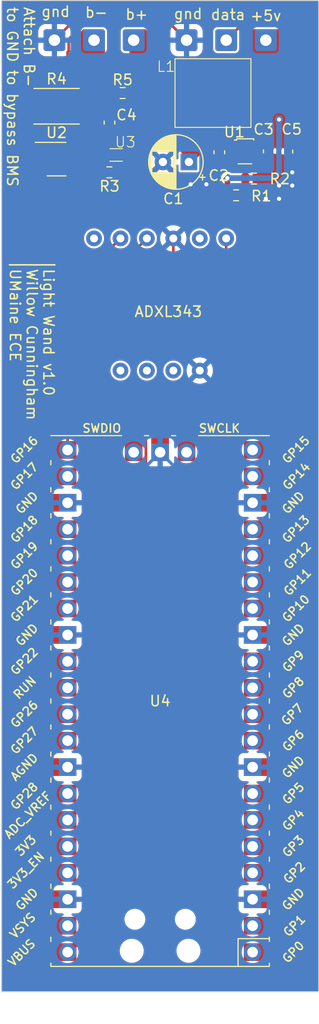
<source format=kicad_pcb>
(kicad_pcb (version 20221018) (generator pcbnew)
  (layers (0 "F.Cu" signal) (31 "B.Cu" signal) (34 "B.Paste" user) (35 "F.Paste" user) (36 "B.SilkS" user "B.Silkscreen") (37 "F.SilkS" user "F.Silkscreen") (38 "B.Mask" user) (39 "F.Mask" user) (44 "Edge.Cuts" user))
  (net 0 "")
  (net 1 "/Power Supply/Vin+")
  (net 2 "GND")
  (net 3 "+5V")
  (net 4 "Net-(U1-FB)")
  (net 5 "Net-(U3-VDD)")
  (net 6 "/Power Supply/Vin-")
  (net 7 "Net-(J1-Pin_1)")
  (net 8 "Net-(U1-SW)")
  (net 9 "Net-(U3-VM)")
  (net 10 "Net-(U2-S1)")
  (net 11 "Net-(U2-G1)")
  (net 12 "Net-(U2-G2)")
  (net 13 "Net-(U2-D1)")
  (net 29 "Net-(U4-GPIO16)")
  (net 30 "Net-(U4-GPIO17)")
  (net 41 "+3V3")
  (footprint "Capacitor_SMD:C_0603_1608Metric" (layer "F.Cu") (at 145.392815 61.576223 -90)
    (fp_text reference "C2" (at 2.226306 0.062057 -180) (layer "F.SilkS"))
    (fp_text value "10uF")
    (pad "1" smd roundrect (at -0.775 0 270) (size 0.9 0.95) (layers "F.Cu" "F.Paste" "F.Mask") (net 1 "/Power Supply/Vin+"))
    (pad "2" smd roundrect (at 0.775 0 270) (size 0.9 0.95) (layers "F.Cu" "F.Paste" "F.Mask") (net 2 "GND"))
  )
  (footprint "Resistor_SMD:R_2512_6332Metric" (layer "F.Cu") (at 129.7475 57.15)
    (fp_text reference "R4" (at 0 -2.62) (layer "F.SilkS"))
    (fp_text value "1.5m")
    (pad "1" smd roundrect (at -2.9625 0) (size 1.225 3.35) (layers "F.Cu" "F.Paste" "F.Mask") (roundrect_rratio 0.2040816327) (net 10 "Net-(U2-S1)"))
    (pad "2" smd roundrect (at 2.9625 0) (size 1.225 3.35) (layers "F.Cu" "F.Paste" "F.Mask") (roundrect_rratio 0.2040816327) (net 6 "/Power Supply/Vin-"))
  )
  (footprint "Capacitor_SMD:C_0603_1608Metric" (layer "F.Cu") (at 134.836108 58.718069 -90)
    (fp_text reference "C4" (at -0.728826 -1.628015 -180) (layer "F.SilkS"))
    (fp_text value "0.1uF" hide)
    (pad "1" smd roundrect (at -0.775 0 270) (size 0.9 0.95) (layers "F.Cu" "F.Paste" "F.Mask") (net 5 "Net-(U3-VDD)"))
    (pad "2" smd roundrect (at 0.775 0 270) (size 0.9 0.95) (layers "F.Cu" "F.Paste" "F.Mask") (net 6 "/Power Supply/Vin-"))
  )
  (footprint "Resistor_SMD:R_0603_1608Metric" (layer "F.Cu") (at 147.002479 65.705003)
    (fp_text reference "R1" (at 2.420492 0.073349) (layer "F.SilkS"))
    (fp_text value "110k")
    (pad "1" smd roundrect (at -0.825 0) (size 0.8 0.95) (layers "F.Cu" "F.Paste" "F.Mask") (net 3 "+5V"))
    (pad "2" smd roundrect (at 0.825 0) (size 0.8 0.95) (layers "F.Cu" "F.Paste" "F.Mask") (net 4 "Net-(U1-FB)"))
  )
  (footprint "Capacitor_SMD:C_0603_1608Metric" (layer "F.Cu") (at 150.142863 61.485317 -90)
    (fp_text reference "C3" (at -2.113269 0.49503 -180) (layer "F.SilkS"))
    (fp_text value "10uF")
    (pad "1" smd roundrect (at -0.775 0 270) (size 0.9 0.95) (layers "F.Cu" "F.Paste" "F.Mask") (net 3 "+5V"))
    (pad "2" smd roundrect (at 0.775 0 270) (size 0.9 0.95) (layers "F.Cu" "F.Paste" "F.Mask") (net 2 "GND"))
  )
  (footprint "Connector_Wire:SolderWire-0.5sqmm_1x01_D0.9mm_OD2.1mm" (layer "F.Cu") (at 142.24 50.8)
    (fp_text reference "J3" hide)
    (fp_text value "1x1 Conn" hide)
    (pad "1" thru_hole roundrect (at 0 0) (size 2.1 2.1) (drill 1.1) (layers "*.Cu" "*.Mask") (roundrect_rratio 0.1190480952) (net 2 "GND"))
  )
  (footprint "Resistor_SMD:R_0603_1608Metric" (layer "F.Cu") (at 148.720923 64.101821)
    (fp_text reference "R2" (at 2.483362 0.031435) (layer "F.SilkS"))
    (fp_text value "15k")
    (pad "1" smd roundrect (at -0.825 0) (size 0.8 0.95) (layers "F.Cu" "F.Paste" "F.Mask") (net 4 "Net-(U1-FB)"))
    (pad "2" smd roundrect (at 0.825 0) (size 0.8 0.95) (layers "F.Cu" "F.Paste" "F.Mask") (net 2 "GND"))
  )
  (footprint "light_wand_footprints:HSNT-6" (layer "F.Cu") (at 135.4775 61.83 180)
    (fp_text reference "U3" (at -0.87863 1.227987 unlocked) (layer "F.SilkS") (effects (font (thickness 0.1))))
    (fp_text value "~" hide)
    (pad "1" smd roundrect (at -0.65 -0.4 90) (size 0.2 0.5) (layers "F.Cu" "F.Paste" "F.Mask") (net 9 "Net-(U3-VM)"))
    (pad "2" smd roundrect (at -0.65 0 90) (size 0.2 0.5) (layers "F.Cu" "F.Paste" "F.Mask") (net 12 "Net-(U2-G2)"))
    (pad "3" smd roundrect (at -0.65 0.4 90) (size 0.2 0.5) (layers "F.Cu" "F.Paste" "F.Mask") (net 11 "Net-(U2-G1)"))
    (pad "4" smd roundrect (at 0.65 0.4 90) (size 0.2 0.5) (layers "F.Cu" "F.Paste" "F.Mask") (net 6 "/Power Supply/Vin-"))
    (pad "5" smd roundrect (at 0.65 0 90) (size 0.2 0.5) (layers "F.Cu" "F.Paste" "F.Mask") (net 5 "Net-(U3-VDD)"))
    (pad "6" smd roundrect (at 0.65 -0.4 90) (size 0.2 0.5) (layers "F.Cu" "F.Paste" "F.Mask") (net 10 "Net-(U2-S1)"))
    (pad "7" smd roundrect (at 0 0 90) (size 1 0.4) (layers "F.Cu" "F.Paste" "F.Mask") (net 2 "GND"))
  )
  (footprint "Connector_Wire:SolderWire-0.5sqmm_1x01_D0.9mm_OD2.1mm" (layer "F.Cu") (at 133.35 50.8 90)
    (fp_text reference "J5" hide)
    (fp_text value "1x1 Conn" hide)
    (pad "1" thru_hole roundrect (at 0 0 90) (size 2.1 2.1) (drill 1.1) (layers "*.Cu" "*.Mask") (roundrect_rratio 0.1190480952) (net 6 "/Power Supply/Vin-"))
  )
  (footprint "Connector_Wire:SolderWire-0.5sqmm_1x01_D0.9mm_OD2.1mm" (layer "F.Cu") (at 149.86 50.8)
    (fp_text reference "J2" hide)
    (fp_text value "1x1 Conn" hide)
    (pad "1" thru_hole roundrect (at 0 0) (size 2.1 2.1) (drill 1.1) (layers "*.Cu" "*.Mask") (roundrect_rratio 0.1190480952) (net 3 "+5V"))
  )
  (footprint "light_wand_footprints:ADXL343_Breakout_ThruHole" (layer "F.Cu") (at 151.13 74.93 90)
    (fp_text reference "U5" hide)
    (fp_text value "~" hide)
    (pad "1" thru_hole circle (at -7.62 -15.24 90) (size 1.524 1.524) (drill 0.762) (layers "*.Cu" "*.Mask"))
    (pad "2" thru_hole circle (at -7.62 -12.7 90) (size 1.524 1.524) (drill 0.762) (layers "*.Cu" "*.Mask"))
    (pad "3" thru_hole circle (at -7.62 -10.16 90) (size 1.524 1.524) (drill 0.762) (layers "*.Cu" "*.Mask"))
    (pad "4" thru_hole circle (at -7.62 -7.62 90) (size 1.524 1.524) (drill 0.762) (layers "*.Cu" "*.Mask") (net 2 "GND"))
    (pad "5" thru_hole circle (at 5.08 -5.08 90) (size 1.524 1.524) (drill 0.762) (layers "*.Cu" "*.Mask") (net 41 "+3V3"))
    (pad "6" thru_hole circle (at 5.08 -7.62 90) (size 1.524 1.524) (drill 0.762) (layers "*.Cu" "*.Mask"))
    (pad "7" thru_hole circle (at 5.08 -10.16 90) (size 1.524 1.524) (drill 0.762) (layers "*.Cu" "*.Mask") (net 2 "GND"))
    (pad "8" thru_hole circle (at 5.08 -12.7 90) (size 1.524 1.524) (drill 0.762) (layers "*.Cu" "*.Mask") (net 30 "Net-(U4-GPIO17)"))
    (pad "9" thru_hole circle (at 5.08 -15.24 90) (size 1.524 1.524) (drill 0.762) (layers "*.Cu" "*.Mask") (net 29 "Net-(U4-GPIO16)"))
    (pad "10" thru_hole circle (at 5.08 -17.78 90) (size 1.524 1.524) (drill 0.762) (layers "*.Cu" "*.Mask"))
  )
  (footprint "Package_TO_SOT_SMD:SOT-583-8" (layer "F.Cu") (at 147.85 61.48)
    (fp_text reference "U1" (at -1.014868 -1.851571 unlocked) (layer "F.SilkS"))
    (fp_text value "TPS61033X")
    (pad "1" smd roundrect (at -0.74 -0.75) (size 0.67 0.3) (layers "F.Cu" "F.Paste" "F.Mask") (roundrect_rratio 0.1666666667) (net 1 "/Power Supply/Vin+"))
    (pad "2" smd roundrect (at -0.74 -0.25) (size 0.67 0.3) (layers "F.Cu" "F.Paste" "F.Mask") (roundrect_rratio 0.1666666667) (net 1 "/Power Supply/Vin+"))
    (pad "3" smd roundrect (at -0.74 0.25) (size 0.67 0.3) (layers "F.Cu" "F.Paste" "F.Mask") (roundrect_rratio 0.1666666667) (net 1 "/Power Supply/Vin+"))
    (pad "4" smd roundrect (at -0.74 0.75) (size 0.67 0.3) (layers "F.Cu" "F.Paste" "F.Mask") (roundrect_rratio 0.1666666667) (net 2 "GND"))
    (pad "5" smd roundrect (at 0.74 0.75) (size 0.67 0.3) (layers "F.Cu" "F.Paste" "F.Mask") (roundrect_rratio 0.1666666667) (net 4 "Net-(U1-FB)"))
    (pad "6" smd roundrect (at 0.74 0.25) (size 0.67 0.3) (layers "F.Cu" "F.Paste" "F.Mask") (roundrect_rratio 0.1666666667) (net 2 "GND"))
    (pad "7" smd roundrect (at 0.74 -0.25) (size 0.67 0.3) (layers "F.Cu" "F.Paste" "F.Mask") (roundrect_rratio 0.1666666667) (net 8 "Net-(U1-SW)"))
    (pad "8" smd roundrect (at 0.74 -0.75) (size 0.67 0.3) (layers "F.Cu" "F.Paste" "F.Mask") (roundrect_rratio 0.1666666667) (net 3 "+5V"))
  )
  (footprint "Connector_Wire:SolderWire-0.5sqmm_1x01_D0.9mm_OD2.1mm" (layer "F.Cu") (at 129.54 50.8 90)
    (fp_text reference "J6" hide)
    (fp_text value "1x1 Conn" hide)
    (pad "1" thru_hole roundrect (at 0 0 90) (size 2.1 2.1) (drill 1.1) (layers "*.Cu" "*.Mask") (roundrect_rratio 0.1190480952) (net 2 "GND"))
  )
  (footprint "Connector_Wire:SolderWire-0.5sqmm_1x01_D0.9mm_OD2.1mm" (layer "F.Cu") (at 137.16 50.8 90)
    (fp_text reference "J4" hide)
    (fp_text value "1x1 Conn")
    (pad "1" thru_hole roundrect (at 0 0 90) (size 2.1 2.1) (drill 1.1) (layers "*.Cu" "*.Mask") (roundrect_rratio 0.1190480952) (net 1 "/Power Supply/Vin+"))
  )
  (footprint "Connector_Wire:SolderWire-0.5sqmm_1x01_D0.9mm_OD2.1mm" (layer "F.Cu") (at 146.05 50.8)
    (fp_text reference "J1" hide)
    (fp_text value "1x1 Conn" hide)
    (pad "1" thru_hole roundrect (at 0 0) (size 2.1 2.1) (drill 1.1) (layers "*.Cu" "*.Mask") (roundrect_rratio 0.1190480952) (net 7 "Net-(J1-Pin_1)"))
  )
  (footprint "MCU_RaspberryPi_and_Boards:RPi_Pico_SMD_TH" (layer "F.Cu") (at 139.7 114.3 180)
    (fp_text reference "U4" (at 0 0) (layer "F.SilkS"))
    (fp_text value "Pico")
    (fp_text user "GP27" (at 13.054 -3.8 45) (layer "F.SilkS") (effects (font (size 0.8 0.8))))
    (fp_text user "GP8" (at -12.8 1.27 45) (layer "F.SilkS") (effects (font (size 0.8 0.8))))
    (fp_text user "GP13" (at -13.054 16.51 45) (layer "F.SilkS") (effects (font (size 0.8 0.8))))
    (fp_text user "SWCLK" (at -5.7 26.2) (layer "F.SilkS") (effects (font (size 0.8 0.8))))
    (fp_text user "3V3_EN" (at 12.890733 -16.272747 45) (layer "F.SilkS") (effects (font (size 0.8 0.8))))
    (fp_text user "RUN" (at 13 1.27 45) (layer "F.SilkS") (effects (font (size 0.8 0.8))))
    (fp_text user "GP7" (at -12.7 -1.3 45) (layer "F.SilkS") (effects (font (size 0.8 0.8))))
    (fp_text user "3V3" (at 12.9 -13.9 45) (layer "F.SilkS") (effects (font (size 0.8 0.8))))
    (fp_text user "GP15" (at -13.054 24.13 45) (layer "F.SilkS") (effects (font (size 0.8 0.8))))
    (fp_text user "GP5" (at -12.8 -8.89 45) (layer "F.SilkS") (effects (font (size 0.8 0.8))))
    (fp_text user "GP26" (at 13.054 -1.27 45) (layer "F.SilkS") (effects (font (size 0.8 0.8))))
    (fp_text user "GP10" (at -13.054 8.89 45) (layer "F.SilkS") (effects (font (size 0.8 0.8))))
    (fp_text user "GP18" (at 13.054 16.51 45) (layer "F.SilkS") (effects (font (size 0.8 0.8))))
    (fp_text user "GP16" (at 13.054 24.13 45) (layer "F.SilkS") (effects (font (size 0.8 0.8))))
    (fp_text user "GP14" (at -13.1 21.59 45) (layer "F.SilkS") (effects (font (size 0.8 0.8))))
    (fp_text user "GP28" (at 13.054 -9.144 45) (layer "F.SilkS") (effects (font (size 0.8 0.8))))
    (fp_text user "GND" (at -12.8 -6.35 45) (layer "F.SilkS") (effects (font (size 0.8 0.8))))
    (fp_text user "ADC_VREF" (at 12.720159 -10.972551 45) (layer "F.SilkS") (effects (font (size 0.8 0.8))))
    (fp_text user "GND" (at 12.8 19.05 45) (layer "F.SilkS") (effects (font (size 0.8 0.8))))
    (fp_text user "GP22" (at 13.054 3.81 45) (layer "F.SilkS") (effects (font (size 0.8 0.8))))
    (fp_text user "GP2" (at -12.9 -16.51 45) (layer "F.SilkS") (effects (font (size 0.8 0.8))))
    (fp_text user "GND" (at -12.8 19.05 45) (layer "F.SilkS") (effects (font (size 0.8 0.8))))
    (fp_text user "GP12" (at -13.2 13.97 45) (layer "F.SilkS") (effects (font (size 0.8 0.8))))
    (fp_text user "GND" (at -12.8 6.35 45) (layer "F.SilkS") (effects (font (size 0.8 0.8))))
    (fp_text user "GND" (at 12.8 6.35 45) (layer "F.SilkS") (effects (font (size 0.8 0.8))))
    (fp_text user "AGND" (at 13.054 -6.35 45) (layer "F.SilkS") (effects (font (size 0.8 0.8))))
    (fp_text user "GP3" (at -12.8 -13.97 45) (layer "F.SilkS") (effects (font (size 0.8 0.8))))
    (fp_text user "GP11" (at -13.2 11.43 45) (layer "F.SilkS") (effects (font (size 0.8 0.8))))
    (fp_text user "VBUS" (at 13.3 -24.2 45) (layer "F.SilkS") (effects (font (size 0.8 0.8))))
    (fp_text user "GP0" (at -12.8 -24.13 45) (layer "F.SilkS") (effects (font (size 0.8 0.8))))
    (fp_text user "GP21" (at 13.054 8.9 45) (layer "F.SilkS") (effects (font (size 0.8 0.8))))
    (fp_text user "GP1" (at -12.9 -21.6 45) (layer "F.SilkS") (effects (font (size 0.8 0.8))))
    (fp_text user "GP9" (at -12.8 3.81 45) (layer "F.SilkS") (effects (font (size 0.8 0.8))))
    (fp_text user "VSYS" (at 13.2 -21.59 45) (layer "F.SilkS") (effects (font (size 0.8 0.8))))
    (fp_text user "GP20" (at 13.054 11.43 45) (layer "F.SilkS") (effects (font (size 0.8 0.8))))
    (fp_text user "GP4" (at -12.8 -11.43 45) (layer "F.SilkS") (effects (font (size 0.8 0.8))))
    (fp_text user "GP17" (at 13.054 21.59 45) (layer "F.SilkS") (effects (font (size 0.8 0.8))))
    (fp_text user "GP19" (at 13.054 13.97 45) (layer "F.SilkS") (effects (font (size 0.8 0.8))))
    (fp_text user "SWDIO" (at 5.6 26.2) (layer "F.SilkS") (effects (font (size 0.8 0.8))))
    (fp_text user "GND" (at -12.8 -19.05 45) (layer "F.SilkS") (effects (font (size 0.8 0.8))))
    (fp_text user "GND" (at 12.8 -19.05 45) (layer "F.SilkS") (effects (font (size 0.8 0.8))))
    (fp_text user "GP6" (at -12.8 -3.81 45) (layer "F.SilkS") (effects (font (size 0.8 0.8))))
    (pad "" np_thru_hole oval (at -2.725 -24 180) (size 1.8 1.8) (drill 1.8) (layers "*.Cu" "*.Mask"))
    (pad "" np_thru_hole oval (at -2.425 -20.97 180) (size 1.5 1.5) (drill 1.5) (layers "*.Cu" "*.Mask"))
    (pad "" np_thru_hole oval (at 2.425 -20.97 180) (size 1.5 1.5) (drill 1.5) (layers "*.Cu" "*.Mask"))
    (pad "" np_thru_hole oval (at 2.725 -24 180) (size 1.8 1.8) (drill 1.8) (layers "*.Cu" "*.Mask"))
    (pad "1" thru_hole oval (at -8.89 -24.13 180) (size 1.7 1.7) (drill 1.02) (layers "*.Cu" "*.Mask") (net 7 "Net-(J1-Pin_1)"))
    (pad "1" smd rect (at -8.89 -24.13 180) (size 3.5 1.7) (drill (offset -0.9 0)) (layers "F.Cu" "F.Mask") (net 7 "Net-(J1-Pin_1)"))
    (pad "2" thru_hole oval (at -8.89 -21.59 180) (size 1.7 1.7) (drill 1.02) (layers "*.Cu" "*.Mask"))
    (pad "2" smd rect (at -8.89 -21.59 180) (size 3.5 1.7) (drill (offset -0.9 0)) (layers "F.Cu" "F.Mask"))
    (pad "3" thru_hole rect (at -8.89 -19.05 180) (size 1.7 1.7) (drill 1.02) (layers "*.Cu" "*.Mask") (net 2 "GND"))
    (pad "3" smd rect (at -8.89 -19.05 180) (size 3.5 1.7) (drill (offset -0.9 0)) (layers "F.Cu" "F.Mask") (net 2 "GND"))
    (pad "4" thru_hole oval (at -8.89 -16.51 180) (size 1.7 1.7) (drill 1.02) (layers "*.Cu" "*.Mask"))
    (pad "4" smd rect (at -8.89 -16.51 180) (size 3.5 1.7) (drill (offset -0.9 0)) (layers "F.Cu" "F.Mask"))
    (pad "5" thru_hole oval (at -8.89 -13.97 180) (size 1.7 1.7) (drill 1.02) (layers "*.Cu" "*.Mask"))
    (pad "5" smd rect (at -8.89 -13.97 180) (size 3.5 1.7) (drill (offset -0.9 0)) (layers "F.Cu" "F.Mask"))
    (pad "6" thru_hole oval (at -8.89 -11.43 180) (size 1.7 1.7) (drill 1.02) (layers "*.Cu" "*.Mask"))
    (pad "6" smd rect (at -8.89 -11.43 180) (size 3.5 1.7) (drill (offset -0.9 0)) (layers "F.Cu" "F.Mask"))
    (pad "7" thru_hole oval (at -8.89 -8.89 180) (size 1.7 1.7) (drill 1.02) (layers "*.Cu" "*.Mask"))
    (pad "7" smd rect (at -8.89 -8.89 180) (size 3.5 1.7) (drill (offset -0.9 0)) (layers "F.Cu" "F.Mask"))
    (pad "8" thru_hole rect (at -8.89 -6.35 180) (size 1.7 1.7) (drill 1.02) (layers "*.Cu" "*.Mask") (net 2 "GND"))
    (pad "8" smd rect (at -8.89 -6.35 180) (size 3.5 1.7) (drill (offset -0.9 0)) (layers "F.Cu" "F.Mask") (net 2 "GND"))
    (pad "9" thru_hole oval (at -8.89 -3.81 180) (size 1.7 1.7) (drill 1.02) (layers "*.Cu" "*.Mask"))
    (pad "9" smd rect (at -8.89 -3.81 180) (size 3.5 1.7) (drill (offset -0.9 0)) (layers "F.Cu" "F.Mask"))
    (pad "10" thru_hole oval (at -8.89 -1.27 180) (size 1.7 1.7) (drill 1.02) (layers "*.Cu" "*.Mask"))
    (pad "10" smd rect (at -8.89 -1.27 180) (size 3.5 1.7) (drill (offset -0.9 0)) (layers "F.Cu" "F.Mask"))
    (pad "11" thru_hole oval (at -8.89 1.27 180) (size 1.7 1.7) (drill 1.02) (layers "*.Cu" "*.Mask"))
    (pad "11" smd rect (at -8.89 1.27 180) (size 3.5 1.7) (drill (offset -0.9 0)) (layers "F.Cu" "F.Mask"))
    (pad "12" thru_hole oval (at -8.89 3.81 180) (size 1.7 1.7) (drill 1.02) (layers "*.Cu" "*.Mask"))
    (pad "12" smd rect (at -8.89 3.81 180) (size 3.5 1.7) (drill (offset -0.9 0)) (layers "F.Cu" "F.Mask"))
    (pad "13" thru_hole rect (at -8.89 6.35 180) (size 1.7 1.7) (drill 1.02) (layers "*.Cu" "*.Mask") (net 2 "GND"))
    (pad "13" smd rect (at -8.89 6.35 180) (size 3.5 1.7) (drill (offset -0.9 0)) (layers "F.Cu" "F.Mask") (net 2 "GND"))
    (pad "14" thru_hole oval (at -8.89 8.89 180) (size 1.7 1.7) (drill 1.02) (layers "*.Cu" "*.Mask"))
    (pad "14" smd rect (at -8.89 8.89 180) (size 3.5 1.7) (drill (offset -0.9 0)) (layers "F.Cu" "F.Mask"))
    (pad "15" thru_hole oval (at -8.89 11.43 180) (size 1.7 1.7) (drill 1.02) (layers "*.Cu" "*.Mask"))
    (pad "15" smd rect (at -8.89 11.43 180) (size 3.5 1.7) (drill (offset -0.9 0)) (layers "F.Cu" "F.Mask"))
    (pad "16" thru_hole oval (at -8.89 13.97 180) (size 1.7 1.7) (drill 1.02) (layers "*.Cu" "*.Mask"))
    (pad "16" smd rect (at -8.89 13.97 180) (size 3.5 1.7) (drill (offset -0.9 0)) (layers "F.Cu" "F.Mask"))
    (pad "17" thru_hole oval (at -8.89 16.51 180) (size 1.7 1.7) (drill 1.02) (layers "*.Cu" "*.Mask"))
    (pad "17" smd rect (at -8.89 16.51 180) (size 3.5 1.7) (drill (offset -0.9 0)) (layers "F.Cu" "F.Mask"))
    (pad "18" thru_hole rect (at -8.89 19.05 180) (size 1.7 1.7) (drill 1.02) (layers "*.Cu" "*.Mask") (net 2 "GND"))
    (pad "18" smd rect (at -8.89 19.05 180) (size 3.5 1.7) (drill (offset -0.9 0)) (layers "F.Cu" "F.Mask") (net 2 "GND"))
    (pad "19" thru_hole oval (at -8.89 21.59 180) (size 1.7 1.7) (drill 1.02) (layers "*.Cu" "*.Mask"))
    (pad "19" smd rect (at -8.89 21.59 180) (size 3.5 1.7) (drill (offset -0.9 0)) (layers "F.Cu" "F.Mask"))
    (pad "20" thru_hole oval (at -8.89 24.13 180) (size 1.7 1.7) (drill 1.02) (layers "*.Cu" "*.Mask"))
    (pad "20" smd rect (at -8.89 24.13 180) (size 3.5 1.7) (drill (offset -0.9 0)) (layers "F.Cu" "F.Mask"))
    (pad "21" thru_hole oval (at 8.89 24.13 180) (size 1.7 1.7) (drill 1.02) (layers "*.Cu" "*.Mask") (net 29 "Net-(U4-GPIO16)"))
    (pad "21" smd rect (at 8.89 24.13 180) (size 3.5 1.7) (drill (offset 0.9 0)) (layers "F.Cu" "F.Mask") (net 29 "Net-(U4-GPIO16)"))
    (pad "22" thru_hole oval (at 8.89 21.59 180) (size 1.7 1.7) (drill 1.02) (layers "*.Cu" "*.Mask") (net 30 "Net-(U4-GPIO17)"))
    (pad "22" smd rect (at 8.89 21.59 180) (size 3.5 1.7) (drill (offset 0.9 0)) (layers "F.Cu" "F.Mask") (net 30 "Net-(U4-GPIO17)"))
    (pad "23" thru_hole rect (at 8.89 19.05 180) (size 1.7 1.7) (drill 1.02) (layers "*.Cu" "*.Mask") (net 2 "GND"))
    (pad "23" smd rect (at 8.89 19.05 180) (size 3.5 1.7) (drill (offset 0.9 0)) (layers "F.Cu" "F.Mask") (net 2 "GND"))
    (pad "24" thru_hole oval (at 8.89 16.51 180) (size 1.7 1.7) (drill 1.02) (layers "*.Cu" "*.Mask"))
    (pad "24" smd rect (at 8.89 16.51 180) (size 3.5 1.7) (drill (offset 0.9 0)) (layers "F.Cu" "F.Mask"))
    (pad "25" thru_hole oval (at 8.89 13.97 180) (size 1.7 1.7) (drill 1.02) (layers "*.Cu" "*.Mask"))
    (pad "25" smd rect (at 8.89 13.97 180) (size 3.5 1.7) (drill (offset 0.9 0)) (layers "F.Cu" "F.Mask"))
    (pad "26" thru_hole oval (at 8.89 11.43 180) (size 1.7 1.7) (drill 1.02) (layers "*.Cu" "*.Mask"))
    (pad "26" smd rect (at 8.89 11.43 180) (size 3.5 1.7) (drill (offset 0.9 0)) (layers "F.Cu" "F.Mask"))
    (pad "27" thru_hole oval (at 8.89 8.89 180) (size 1.7 1.7) (drill 1.02) (layers "*.Cu" "*.Mask"))
    (pad "27" smd rect (at 8.89 8.89 180) (size 3.5 1.7) (drill (offset 0.9 0)) (layers "F.Cu" "F.Mask"))
    (pad "28" thru_hole rect (at 8.89 6.35 180) (size 1.7 1.7) (drill 1.02) (layers "*.Cu" "*.Mask") (net 2 "GND"))
    (pad "28" smd rect (at 8.89 6.35 180) (size 3.5 1.7) (drill (offset 0.9 0)) (layers "F.Cu" "F.Mask") (net 2 "GND"))
    (pad "29" thru_hole oval (at 8.89 3.81 180) (size 1.7 1.7) (drill 1.02) (layers "*.Cu" "*.Mask"))
    (pad "29" smd rect (at 8.89 3.81 180) (size 3.5 1.7) (drill (offset 0.9 0)) (layers "F.Cu" "F.Mask"))
    (pad "30" thru_hole oval (at 8.89 1.27 180) (size 1.7 1.7) (drill 1.02) (layers "*.Cu" "*.Mask"))
    (pad "30" smd rect (at 8.89 1.27 180) (size 3.5 1.7) (drill (offset 0.9 0)) (layers "F.Cu" "F.Mask"))
    (pad "31" thru_hole oval (at 8.89 -1.27 180) (size 1.7 1.7) (drill 1.02) (layers "*.Cu" "*.Mask"))
    (pad "31" smd rect (at 8.89 -1.27 180) (size 3.5 1.7) (drill (offset 0.9 0)) (layers "F.Cu" "F.Mask"))
    (pad "32" thru_hole oval (at 8.89 -3.81 180) (size 1.7 1.7) (drill 1.02) (layers "*.Cu" "*.Mask"))
    (pad "32" smd rect (at 8.89 -3.81 180) (size 3.5 1.7) (drill (offset 0.9 0)) (layers "F.Cu" "F.Mask"))
    (pad "33" thru_hole rect (at 8.89 -6.35 180) (size 1.7 1.7) (drill 1.02) (layers "*.Cu" "*.Mask") (net 2 "GND"))
    (pad "33" smd rect (at 8.89 -6.35 180) (size 3.5 1.7) (drill (offset 0.9 0)) (layers "F.Cu" "F.Mask") (net 2 "GND"))
    (pad "34" thru_hole oval (at 8.89 -8.89 180) (size 1.7 1.7) (drill 1.02) (layers "*.Cu" "*.Mask"))
    (pad "34" smd rect (at 8.89 -8.89 180) (size 3.5 1.7) (drill (offset 0.9 0)) (layers "F.Cu" "F.Mask"))
    (pad "35" thru_hole oval (at 8.89 -11.43 180) (size 1.7 1.7) (drill 1.02) (layers "*.Cu" "*.Mask"))
    (pad "35" smd rect (at 8.89 -11.43 180) (size 3.5 1.7) (drill (offset 0.9 0)) (layers "F.Cu" "F.Mask"))
    (pad "36" thru_hole oval (at 8.89 -13.97 180) (size 1.7 1.7) (drill 1.02) (layers "*.Cu" "*.Mask") (net 41 "+3V3"))
    (pad "36" smd rect (at 8.89 -13.97 180) (size 3.5 1.7) (drill (offset 0.9 0)) (layers "F.Cu" "F.Mask") (net 41 "+3V3"))
    (pad "37" thru_hole oval (at 8.89 -16.51 180) (size 1.7 1.7) (drill 1.02) (layers "*.Cu" "*.Mask"))
    (pad "37" smd rect (at 8.89 -16.51 180) (size 3.5 1.7) (drill (offset 0.9 0)) (layers "F.Cu" "F.Mask"))
    (pad "38" thru_hole rect (at 8.89 -19.05 180) (size 1.7 1.7) (drill 1.02) (layers "*.Cu" "*.Mask") (net 2 "GND"))
    (pad "38" smd rect (at 8.89 -19.05 180) (size 3.5 1.7) (drill (offset 0.9 0)) (layers "F.Cu" "F.Mask") (net 2 "GND"))
    (pad "39" thru_hole oval (at 8.89 -21.59 180) (size 1.7 1.7) (drill 1.02) (layers "*.Cu" "*.Mask"))
    (pad "39" smd rect (at 8.89 -21.59 180) (size 3.5 1.7) (drill (offset 0.9 0)) (layers "F.Cu" "F.Mask"))
    (pad "40" thru_hole oval (at 8.89 -24.13 180) (size 1.7 1.7) (drill 1.02) (layers "*.Cu" "*.Mask") (net 3 "+5V"))
    (pad "40" smd rect (at 8.89 -24.13 180) (size 3.5 1.7) (drill (offset 0.9 0)) (layers "F.Cu" "F.Mask") (net 3 "+5V"))
    (pad "41" thru_hole oval (at -2.54 23.9 180) (size 1.7 1.7) (drill 1.02) (layers "*.Cu" "*.Mask"))
    (pad "41" smd rect (at -2.54 23.9 270) (size 3.5 1.7) (drill (offset -0.9 0)) (layers "F.Cu" "F.Mask"))
    (pad "42" thru_hole rect (at 0 23.9 180) (size 1.7 1.7) (drill 1.02) (layers "*.Cu" "*.Mask") (net 2 "GND"))
    (pad "42" smd rect (at 0 23.9 270) (size 3.5 1.7) (drill (offset -0.9 0)) (layers "F.Cu" "F.Mask") (net 2 "GND"))
    (pad "43" thru_hole oval (at 2.54 23.9 180) (size 1.7 1.7) (drill 1.02) (layers "*.Cu" "*.Mask"))
    (pad "43" smd rect (at 2.54 23.9 270) (size 3.5 1.7) (drill (offset -0.9 0)) (layers "F.Cu" "F.Mask"))
  )
  (footprint "Capacitor_THT:CP_Radial_D5.0mm_P2.50mm" (layer "F.Cu") (at 142.468399 62.503674 180)
    (fp_text reference "C1" (at 1.498399 -3.536326 180) (layer "F.SilkS"))
    (fp_text value "100uF")
    (pad "1" thru_hole rect (at 0 0 180) (size 1.6 1.6) (drill 0.8) (layers "*.Cu" "*.Mask") (net 1 "/Power Supply/Vin+"))
    (pad "2" thru_hole circle (at 2.5 0 180) (size 1.6 1.6) (drill 0.8) (layers "*.Cu" "*.Mask") (net 2 "GND"))
  )
  (footprint "Capacitor_SMD:C_0603_1608Metric" (layer "F.Cu") (at 151.93377 61.501412 -90)
    (fp_text reference "C5" (at -2.140698 -0.405989 -180) (layer "F.SilkS"))
    (fp_text value "10uF")
    (pad "1" smd roundrect (at -0.775 0 270) (size 0.9 0.95) (layers "F.Cu" "F.Paste" "F.Mask") (net 3 "+5V"))
    (pad "2" smd roundrect (at 0.775 0 270) (size 0.9 0.95) (layers "F.Cu" "F.Paste" "F.Mask") (net 2 "GND"))
  )
  (footprint "Resistor_SMD:R_0603_1608Metric" (layer "F.Cu") (at 136.0975 55.88)
    (fp_text reference "R5" (at 0 -1.27) (layer "F.SilkS"))
    (fp_text value "330" hide)
    (pad "1" smd roundrect (at -0.825 0) (size 0.8 0.95) (layers "F.Cu" "F.Paste" "F.Mask") (net 5 "Net-(U3-VDD)"))
    (pad "2" smd roundrect (at 0.825 0) (size 0.8 0.95) (layers "F.Cu" "F.Paste" "F.Mask") (net 1 "/Power Supply/Vin+"))
  )
  (footprint "light_wand_footprints:Inductor_SMD_L_7.3x7.3_H3.5" (layer "F.Cu") (at 144.78 55.88)
    (fp_text reference "L1" (at -4.512921 -2.5412 unlocked) (layer "F.SilkS") (effects (font (thickness 0.1))))
    (fp_text value ".47uH")
    (pad "1" smd roundrect (at -3.65 0) (size 2.5 3.5) (layers "F.Cu" "F.Paste" "F.Mask") (net 1 "/Power Supply/Vin+"))
    (pad "2" smd roundrect (at 3.65 0) (size 2.5 3.5) (layers "F.Cu" "F.Paste" "F.Mask") (net 8 "Net-(U1-SW)"))
  )
  (footprint "Package_TO_SOT_SMD:SOT-23-6_Handsoldering" (layer "F.Cu") (at 129.7475 62.23)
    (fp_text reference "U2" (at 0 -2.54) (layer "F.SilkS"))
    (fp_text value "~" hide)
    (pad "1" smd rect (at -1.35 -0.95) (size 1.56 0.65) (layers "F.Cu" "F.Paste" "F.Mask") (net 11 "Net-(U2-G1)"))
    (pad "2" smd rect (at -1.35 0) (size 1.56 0.65) (layers "F.Cu" "F.Paste" "F.Mask") (net 2 "GND"))
    (pad "3" smd rect (at -1.35 0.95) (size 1.56 0.65) (layers "F.Cu" "F.Paste" "F.Mask") (net 12 "Net-(U2-G2)"))
    (pad "4" smd rect (at 1.35 0.95) (size 1.56 0.65) (layers "F.Cu" "F.Paste" "F.Mask") (net 13 "Net-(U2-D1)"))
    (pad "5" smd rect (at 1.35 0) (size 1.56 0.65) (layers "F.Cu" "F.Paste" "F.Mask") (net 10 "Net-(U2-S1)"))
    (pad "6" smd rect (at 1.35 -0.95) (size 1.56 0.65) (layers "F.Cu" "F.Paste" "F.Mask") (net 13 "Net-(U2-D1)"))
  )
  (footprint "Resistor_SMD:R_0603_1608Metric" (layer "F.Cu") (at 134.8275 63.5)
    (fp_text reference "R3" (at 0.010866 1.339655) (layer "F.SilkS"))
    (fp_text value "470" hide)
    (pad "1" smd roundrect (at -0.825 0) (size 0.8 0.95) (layers "F.Cu" "F.Paste" "F.Mask") (net 2 "GND"))
    (pad "2" smd roundrect (at 0.825 0) (size 0.8 0.95) (layers "F.Cu" "F.Paste" "F.Mask") (net 9 "Net-(U3-VM)"))
  )
  (gr_line (start 125.221544 72.39) (end 129.582963 72.39) (stroke (width 0.15)) (layer "F.SilkS"))
  (gr_line (start 154.94 142.24) (end 124.46 142.24) (stroke (width 0.1)) (layer "Edge.Cuts"))
  (gr_line (start 154.94 46.99) (end 154.94 48.26) (stroke (width 0.1)) (layer "Edge.Cuts"))
  (gr_line (start 124.46 142.24) (end 124.46 46.99) (stroke (width 0.1)) (layer "Edge.Cuts"))
  (gr_line (start 124.46 46.99) (end 154.94 46.99) (stroke (width 0.1)) (layer "Edge.Cuts"))
  (gr_line (start 154.94 48.26) (end 154.94 142.24) (stroke (width 0.1)) (layer "Edge.Cuts"))
  (gr_text "gnd" (at 140.935109 48.857119) (layer "F.SilkS") (effects (font (size 1 1)) (justify left bottom)))
  (gr_text "gnd" (at 128.204207 48.641797) (layer "F.SilkS") (effects (font (size 1 1)) (justify left bottom)))
  (gr_text "data" (at 144.487919 48.937864) (layer "F.SilkS") (effects (font (size 1 1)) (justify left bottom)))
  (gr_text "b-" (at 132.402982 48.722543) (layer "F.SilkS") (effects (font (size 1 1)) (justify left bottom)))
  (gr_text "ADXL343" (at 137.16 77.47) (layer "F.SilkS") (effects (font (size 1 1)) (justify left bottom)))
  (gr_text "Attach B-\nto GND to bypass BMS" (at 124.910893 47.524904 270) (layer "F.SilkS") (effects (font (size 1 1)) (justify left bottom)))
  (gr_text "+5v" (at 148.282967 49.045525) (layer "F.SilkS") (effects (font (size 1 1)) (justify left bottom)))
  (gr_text "Light Wand v1.0\nWillow Cunningham\nUMaine ECE" (at 125.181062 72.682371 270) (layer "F.SilkS") (effects (font (size 1 1)) (justify left bottom)))
  (gr_text "b+" (at 136.278775 48.910949) (layer "F.SilkS") (effects (font (size 1 1)) (justify left bottom)))
  (segment (start 147.11 61.23) (end 147.11 61.605) (width 0.55) (layer "F.Cu") (net 1))
  (segment (start 136.9225 55.88) (end 141.13 55.88) (width 0.55) (layer "F.Cu") (net 1))
  (segment (start 145.464038 60.73) (end 145.392815 60.801223) (width 0.55) (layer "F.Cu") (net 1))
  (segment (start 147.11 60.73) (end 147.11 61.23) (width 0.55) (layer "F.Cu") (net 1))
  (segment (start 145.392815 60.801223) (end 144.17085 60.801223) (width 0.55) (layer "F.Cu") (net 1))
  (segment (start 137.16 55.6425) (end 136.9225 55.88) (width 0.55) (layer "F.Cu") (net 1))
  (segment (start 142.468399 57.218399) (end 141.13 55.88) (width 0.55) (layer "F.Cu") (net 1))
  (segment (start 137.16 50.8) (end 137.16 55.6425) (width 0.55) (layer "F.Cu") (net 1))
  (segment (start 142.468399 62.503674) (end 142.468399 57.218399) (width 0.55) (layer "F.Cu") (net 1))
  (segment (start 144.17085 60.801223) (end 142.468399 62.503674) (width 0.55) (layer "F.Cu") (net 1))
  (segment (start 147.11 60.73) (end 145.464038 60.73) (width 0.55) (layer "F.Cu") (net 1))
  (segment (start 145.392815 62.351223) (end 145.396592 62.355) (width 0.55) (layer "F.Cu") (net 2))
  (segment (start 129.431104 62.23) (end 129.5425 62.118604) (width 0.25) (layer "F.Cu") (net 2))
  (segment (start 135.4775 61.83) (end 135.49 61.83) (width 0.3) (layer "F.Cu") (net 2))
  (segment (start 135.545 48.975) (end 131.365 48.975) (width 0.25) (layer "F.Cu") (net 2))
  (segment (start 138.972073 63.5) (end 137.999765 63.5) (width 0.55) (layer "F.Cu") (net 2))
  (segment (start 139.968399 62.503674) (end 138.972073 63.5) (width 0.55) (layer "F.Cu") (net 2))
  (segment (start 136.9175 65.7975) (end 136.9175 65.22) (width 0.25) (layer "F.Cu") (net 2))
  (segment (start 137.849765 63.5) (end 137.849765 61.245025) (width 0.25) (layer "F.Cu") (net 2))
  (segment (start 136.1975 52.3775) (end 135.785 51.965) (width 0.25) (layer "F.Cu") (net 2))
  (segment (start 127.129302 60.881802) (end 126.7575 61.253604) (width 0.25) (layer "F.Cu") (net 2))
  (segment (start 135.995 49.425) (end 135.545 48.975) (width 0.25) (layer "F.Cu") (net 2))
  (segment (start 141.243399 63.778674) (end 143.965364 63.778674) (width 0.55) (layer "F.Cu") (net 2))
  (segment (start 140.97 69.85) (end 140.97 80.01) (width 0.25) (layer "F.Cu") (net 2))
  (segment (start 148.59 61.73) (end 149.612546 61.73) (width 0.3) (layer "F.Cu") (net 2))
  (segment (start 140.865 49.425) (end 142.24 50.8) (width 0.25) (layer "F.Cu") (net 2))
  (segment (start 137.849765 64.287735) (end 137.849765 63.5) (width 0.25) (layer "F.Cu") (net 2))
  (segment (start 135.4775 61.264315) (end 136.1975 60.544315) (width 0.3) (layer "F.Cu") (net 2))
  (segment (start 140.97 80.01) (end 143.51 82.55) (width 0.25) (layer "F.Cu") (net 2))
  (segment (start 135.785 51.965) (end 135.785 49.635) (width 0.25) (layer "F.Cu") (net 2))
  (segment (start 149.545923 64.101821) (end 149.545923 62.857257) (width 0.55) (layer "F.Cu") (net 2))
  (segment (start 148.060685 61.73) (end 147.560685 62.23) (width 0.3) (layer "F.Cu") (net 2))
  (segment (start 131.365 48.975) (end 129.54 50.8) (width 0.25) (layer "F.Cu") (net 2))
  (segment (start 135.49 61.83) (end 135.49 62.383185) (width 0.3) (layer "F.Cu") (net 2))
  (segment (start 136.9175 65.22) (end 137.849765 64.287735) (width 0.25) (layer "F.Cu") (net 2))
  (segment (start 135.49 62.383185) (end 134.373185 63.5) (width 0.3) (layer "F.Cu") (net 2))
  (segment (start 151.93377 62.276412) (end 150.158958 62.276412) (width 0.55) (layer "F.Cu") (net 2))
  (segment (start 128.3975 62.23) (end 129.431104 62.23) (width 0.25) (layer "F.Cu") (net 2))
  (segment (start 134.0025 63.5) (end 134.218896 63.5) (width 0.25) (layer "F.Cu") (net 2))
  (segment (start 139.968399 62.503674) (end 141.243399 63.778674) (width 0.55) (layer "F.Cu") (net 2))
  (segment (start 140.97 69.85) (end 136.9175 65.7975) (width 0.25) (layer "F.Cu") (net 2))
  (segment (start 134.373185 63.5) (end 134.0025 63.5) (width 0.3) (layer "F.Cu") (net 2))
  (segment (start 127.6575 65.22) (end 136.9175 65.22) (width 0.25) (layer "F.Cu") (net 2))
  (segment (start 135.4775 61.83) (end 135.4775 61.264315) (width 0.3) (layer "F.Cu") (net 2))
  (segment (start 129.5425 62.118604) (end 129.5425 60.755) (width 0.25) (layer "F.Cu") (net 2))
  (segment (start 149.612546 61.73) (end 150.142863 62.260317) (width 0.3) (layer "F.Cu") (net 2))
  (segment (start 150.158958 62.276412) (end 150.142863 62.260317) (width 0.55) (layer "F.Cu") (net 2))
  (segment (start 136.1975 59.59276) (end 136.1975 52.3775) (width 0.25) (layer "F.Cu") (net 2))
  (segment (start 137.56474 60.96) (end 136.1975 59.59276) (width 0.25) (layer "F.Cu") (net 2))
  (segment (start 136.1975 60.544315) (end 136.1975 59.59276) (width 0.3) (layer "F.Cu") (net 2))
  (segment (start 126.7575 64.32) (end 127.6575 65.22) (width 0.25) (layer "F.Cu") (net 2))
  (segment (start 135.785 49.635) (end 135.995 49.425) (width 0.25) (layer "F.Cu") (net 2))
  (segment (start 145.396592 62.355) (end 147.11 62.355) (width 0.55) (layer "F.Cu") (net 2))
  (segment (start 143.965364 63.778674) (end 145.392815 62.351223) (width 0.55) (layer "F.Cu") (net 2))
  (segment (start 149.545923 62.857257) (end 150.142863 62.260317) (width 0.55) (layer "F.Cu") (net 2))
  (segment (start 147.560685 62.23) (end 147.11 62.23) (width 0.3) (layer "F.Cu") (net 2))
  (segment (start 137.849765 61.245025) (end 137.56474 60.96) (width 0.25) (layer "F.Cu") (net 2))
  (segment (start 129.5425 60.755) (end 129.4175 60.63) (width 0.25) (layer "F.Cu") (net 2))
  (segment (start 148.59 61.73) (end 148.060685 61.73) (width 0.3) (layer "F.Cu") (net 2))
  (segment (start 129.4175 60.63) (end 127.381104 60.63) (width 0.25) (layer "F.Cu") (net 2))
  (segment (start 135.995 49.425) (end 140.865 49.425) (width 0.25) (layer "F.Cu") (net 2))
  (segment (start 126.7575 61.253604) (end 126.7575 64.32) (width 0.25) (layer "F.Cu") (net 2))
  (segment (start 127.381104 60.63) (end 127.129302 60.881802) (width 0.25) (layer "F.Cu") (net 2))
  (via (at 149.86 66.04) (size 0.8) (drill 0.4) (layers "F.Cu" "B.Cu") (net 2))
  (via (at 152.4 63.5) (size 0.8) (drill 0.4) (layers "F.Cu" "B.Cu") (net 2))
  (via (at 151.13 64.77) (size 0.8) (drill 0.4) (layers "F.Cu" "B.Cu") (net 2))
  (via (at 152.4 64.77) (size 0.8) (drill 0.4) (layers "F.Cu" "B.Cu") (net 2))
  (via (at 142.635547 64.650636) (size 0.8) (drill 0.4) (layers "F.Cu" "B.Cu") (net 2))
  (via (at 144.145725 64.650636) (size 0.8) (drill 0.4) (layers "F.Cu" "B.Cu") (net 2))
  (via (at 151.13 66.04) (size 0.8) (drill 0.4) (layers "F.Cu" "B.Cu") (net 2))
  (segment (start 139.7 86.36) (end 143.51 82.55) (width 0.3) (layer "B.Cu") (net 2))
  (segment (start 139.7 90.4) (end 144.55 95.25) (width 0.3) (layer "B.Cu") (net 2))
  (segment (start 144.55 95.25) (end 148.59 95.25) (width 0.3) (layer "B.Cu") (net 2))
  (segment (start 139.7 90.4) (end 134.85 95.25) (width 0.3) (layer "B.Cu") (net 2))
  (segment (start 134.85 95.25) (end 130.81 95.25) (width 0.3) (layer "B.Cu") (net 2))
  (segment (start 139.7 90.4) (end 139.7 86.36) (width 0.3) (layer "B.Cu") (net 2))
  (segment (start 146.177479 117.982521) (end 132.839208 131.320792) (width 0.55) (layer "F.Cu") (net 3))
  (segment (start 147.287 66.814524) (end 147.287 82.051528) (width 0.55) (layer "F.Cu") (net 3))
  (segment (start 132.839208 131.320792) (end 132.839208 136.400792) (width 0.55) (layer "F.Cu") (net 3))
  (segment (start 146.177479 65.705003) (end 146.177479 64.069148) (width 0.55) (layer "F.Cu") (net 3))
  (segment (start 151.13 59.922642) (end 151.93377 60.726412) (width 0.55) (layer "F.Cu") (net 3))
  (segment (start 151.13 59.72318) (end 150.142863 60.710317) (width 0.55) (layer "F.Cu") (net 3))
  (segment (start 151.13 58.42) (end 151.13 59.922642) (width 0.55) (layer "F.Cu") (net 3))
  (segment (start 151.13 52.07) (end 149.86 50.8) (width 0.55) (layer "F.Cu") (net 3))
  (segment (start 151.13 58.42) (end 151.13 59.72318) (width 0.55) (layer "F.Cu") (net 3))
  (segment (start 151.13 58.42) (end 151.13 52.07) (width 0.55) (layer "F.Cu") (net 3))
  (segment (start 147.287 82.051528) (end 146.177479 83.161049) (width 0.55) (layer "F.Cu") (net 3))
  (segment (start 132.839208 136.400792) (end 130.81 138.43) (width 0.55) (layer "F.Cu") (net 3))
  (segment (start 146.177479 83.161049) (end 146.177479 117.982521) (width 0.55) (layer "F.Cu") (net 3))
  (segment (start 146.177479 64.069148) (end 146.163615 64.055284) (width 0.55) (layer "F.Cu") (net 3))
  (segment (start 146.177479 65.705003) (end 147.287 66.814524) (width 0.55) (layer "F.Cu") (net 3))
  (via (at 146.163615 64.055284) (size 0.8) (drill 0.4) (layers "F.Cu" "B.Cu") (net 3))
  (via (at 151.13 58.42) (size 0.8) (drill 0.4) (layers "F.Cu" "B.Cu") (net 3))
  (segment (start 151.13 63.5) (end 151.13 58.42) (width 0.55) (layer "B.Cu") (net 3))
  (segment (start 146.163615 64.055284) (end 150.574716 64.055284) (width 0.55) (layer "B.Cu") (net 3))
  (segment (start 150.574716 64.055284) (end 151.13 63.5) (width 0.55) (layer "B.Cu") (net 3))
  (segment (start 147.895923 62.924077) (end 148.465 62.355) (width 0.55) (layer "F.Cu") (net 4))
  (segment (start 147.827479 65.705003) (end 147.827479 64.170265) (width 0.55) (layer "F.Cu") (net 4))
  (segment (start 147.895923 64.101821) (end 147.895923 62.924077) (width 0.55) (layer "F.Cu") (net 4))
  (segment (start 148.465 62.355) (end 148.59 62.355) (width 0.55) (layer "F.Cu") (net 4))
  (segment (start 147.827479 64.170265) (end 147.895923 64.101821) (width 0.55) (layer "F.Cu") (net 4))
  (segment (start 134.725 53) (end 134.725 49.761828) (width 0.25) (layer "F.Cu") (net 5))
  (segment (start 130.915 51.838172) (end 130.81 51.943172) (width 0.25) (layer "F.Cu") (net 5))
  (segment (start 130.81 51.943172) (end 130.81 58.135336) (width 0.25) (layer "F.Cu") (net 5))
  (segment (start 135.2725 55.88) (end 135.2725 53.5475) (width 0.25) (layer "F.Cu") (net 5))
  (segment (start 134.504664 61.83) (end 132.859664 60.185) (width 0.165) (layer "F.Cu") (net 5))
  (segment (start 130.81 58.135336) (end 132.859664 60.185) (width 0.25) (layer "F.Cu") (net 5))
  (segment (start 132.185 49.425) (end 130.915 50.695) (width 0.25) (layer "F.Cu") (net 5))
  (segment (start 134.388172 49.425) (end 132.185 49.425) (width 0.25) (layer "F.Cu") (net 5))
  (segment (start 134.836108 56.316392) (end 135.2725 55.88) (width 0.25) (layer "F.Cu") (net 5))
  (segment (start 134.8275 61.83) (end 134.504664 61.83) (width 0.165) (layer "F.Cu") (net 5))
  (segment (start 134.725 49.761828) (end 134.388172 49.425) (width 0.25) (layer "F.Cu") (net 5))
  (segment (start 130.915 50.695) (end 130.915 51.838172) (width 0.25) (layer "F.Cu") (net 5))
  (segment (start 134.836108 57.943069) (end 134.836108 56.316392) (width 0.25) (layer "F.Cu") (net 5))
  (segment (start 135.2725 53.5475) (end 134.725 53) (width 0.25) (layer "F.Cu") (net 5))
  (segment (start 132.71 57.366961) (end 134.836108 59.493069) (width 0.55) (layer "F.Cu") (net 6))
  (segment (start 134.8275 59.501677) (end 134.836108 59.493069) (width 0.2) (layer "F.Cu") (net 6))
  (segment (start 133.35 56.51) (end 132.71 57.15) (width 0.55) (layer "F.Cu") (net 6))
  (segment (start 132.71 57.15) (end 132.71 57.366961) (width 0.55) (layer "F.Cu") (net 6))
  (segment (start 134.836108 61.158219) (end 134.8025 61.191827) (width 0.55) (layer "F.Cu") (net 6))
  (segment (start 134.836108 59.493069) (end 134.836108 61.158219) (width 0.55) (layer "F.Cu") (net 6))
  (segment (start 133.35 50.8) (end 133.35 56.51) (width 0.55) (layer "F.Cu") (net 6))
  (segment (start 153.67 134.96) (end 150.2 138.43) (width 0.25) (layer "F.Cu") (net 7))
  (segment (start 147.425 49.425) (end 152.295 49.425) (width 0.25) (layer "F.Cu") (net 7))
  (segment (start 150.2 138.43) (end 148.59 138.43) (width 0.25) (layer "F.Cu") (net 7))
  (segment (start 146.05 50.8) (end 147.425 49.425) (width 0.25) (layer "F.Cu") (net 7))
  (segment (start 152.295 49.425) (end 153.67 50.8) (width 0.25) (layer "F.Cu") (net 7))
  (segment (start 153.67 50.8) (end 153.67 134.96) (width 0.25) (layer "F.Cu") (net 7))
  (segment (start 147.905 56.405) (end 148.43 55.88) (width 0.3) (layer "F.Cu") (net 8))
  (segment (start 148.59 61.23) (end 148.139315 61.23) (width 0.3) (layer "F.Cu") (net 8))
  (segment (start 147.905 60.995685) (end 147.905 56.405) (width 0.3) (layer "F.Cu") (net 8))
  (segment (start 148.139315 61.23) (end 147.905 60.995685) (width 0.3) (layer "F.Cu") (net 8))
  (segment (start 136.1275 63.025) (end 136.1275 62.255) (width 0.25) (layer "F.Cu") (net 9))
  (segment (start 135.6525 63.5) (end 136.1275 63.025) (width 0.25) (layer "F.Cu") (net 9))
  (segment (start 129.7475 63.585) (end 129.9925 63.83) (width 0.25) (layer "F.Cu") (net 10))
  (segment (start 132.113896 63.83) (end 133.688896 62.255) (width 0.25) (layer "F.Cu") (net 10))
  (segment (start 129.9925 62.155) (end 130.0675 62.23) (width 0.25) (layer "F.Cu") (net 10))
  (segment (start 130.0675 62.23) (end 129.7475 62.55) (width 0.25) (layer "F.Cu") (net 10))
  (segment (start 129.9925 63.83) (end 132.113896 63.83) (width 0.25) (layer "F.Cu") (net 10))
  (segment (start 126.785 57.15) (end 129.9925 60.3575) (width 0.25) (layer "F.Cu") (net 10))
  (segment (start 129.9925 60.3575) (end 129.9925 62.155) (width 0.25) (layer "F.Cu") (net 10))
  (segment (start 130.0675 62.23) (end 131.0975 62.23) (width 0.25) (layer "F.Cu") (net 10))
  (segment (start 129.7475 62.55) (end 129.7475 63.585) (width 0.25) (layer "F.Cu") (net 10))
  (segment (start 133.688896 62.255) (end 134.8275 62.255) (width 0.25) (layer "F.Cu") (net 10))
  (segment (start 128.3975 61.28) (end 127.3675 61.28) (width 0.25) (layer "F.Cu") (net 11))
  (segment (start 128.2325 64.77) (end 136.236358 64.77) (width 0.25) (layer "F.Cu") (net 11))
  (segment (start 127.3675 61.28) (end 127.2075 61.44) (width 0.25) (layer "F.Cu") (net 11))
  (segment (start 127.2075 61.44) (end 127.2075 63.745) (width 0.25) (layer "F.Cu") (net 11))
  (segment (start 136.236358 64.77) (end 137.399765 63.606593) (width 0.25) (layer "F.Cu") (net 11))
  (segment (start 136.13679 61.42071) (end 136.1275 61.43) (width 0.17) (layer "F.Cu") (net 11))
  (segment (start 137.399765 61.431421) (end 137.389054 61.42071) (width 0.17) (layer "F.Cu") (net 11))
  (segment (start 137.399765 63.606593) (end 137.399765 61.431421) (width 0.25) (layer "F.Cu") (net 11))
  (segment (start 127.2075 63.745) (end 128.2325 64.77) (width 0.25) (layer "F.Cu") (net 11))
  (segment (start 137.389054 61.42071) (end 136.13679 61.42071) (width 0.17) (layer "F.Cu") (net 11))
  (segment (start 136.12821 61.83071) (end 136.1275 61.83) (width 0.17) (layer "F.Cu") (net 12))
  (segment (start 136.940444 63.429518) (end 136.940444 61.83071) (width 0.25) (layer "F.Cu") (net 12))
  (segment (start 128.3975 63.18) (end 129.5175 64.3) (width 0.25) (layer "F.Cu") (net 12))
  (segment (start 136.069962 64.3) (end 136.940444 63.429518) (width 0.25) (layer "F.Cu") (net 12))
  (segment (start 136.940444 61.83071) (end 136.12821 61.83071) (width 0.17) (layer "F.Cu") (net 12))
  (segment (start 129.5175 64.3) (end 136.069962 64.3) (width 0.25) (layer "F.Cu") (net 12))
  (segment (start 132.2875 63.02) (end 132.1275 63.18) (width 0.25) (layer "F.Cu") (net 13))
  (segment (start 131.0975 61.28) (end 132.1275 61.28) (width 0.25) (layer "F.Cu") (net 13))
  (segment (start 132.1275 61.28) (end 132.2875 61.44) (width 0.25) (layer "F.Cu") (net 13))
  (segment (start 132.1275 63.18) (end 131.0975 63.18) (width 0.25) (layer "F.Cu") (net 13))
  (segment (start 132.2875 61.44) (end 132.2875 63.02) (width 0.25) (layer "F.Cu") (net 13))
  (segment (start 135.89 69.85) (end 130.81 74.93) (width 0.25) (layer "F.Cu") (net 29))
  (segment (start 130.81 74.93) (end 130.81 90.17) (width 0.25) (layer "F.Cu") (net 29))
  (segment (start 138.43 69.85) (end 132.347251 75.932749) (width 0.25) (layer "F.Cu") (net 30))
  (segment (start 132.347251 75.932749) (end 132.347251 91.172749) (width 0.25) (layer "F.Cu") (net 30))
  (segment (start 132.347251 91.172749) (end 130.81 92.71) (width 0.25) (layer "F.Cu") (net 30))
  (segment (start 146.05 69.85) (end 146.05 82.44) (width 0.25) (layer "F.Cu") (net 41))
  (segment (start 146.05 82.44) (end 142.767327 85.722673) (width 0.25) (layer "F.Cu") (net 41))
  (segment (start 139.270463 85.722673) (end 138.335 86.658136) (width 0.25) (layer "F.Cu") (net 41))
  (segment (start 142.767327 85.722673) (end 139.270463 85.722673) (width 0.25) (layer "F.Cu") (net 41))
  (segment (start 138.335 86.658136) (end 138.335 120.745) (width 0.25) (layer "F.Cu") (net 41))
  (segment (start 138.335 120.745) (end 130.81 128.27) (width 0.25) (layer "F.Cu") (net 41))
  (zone (net 1) (net_name "/Power Supply/Vin+") (layer "F.Cu") (priority 1) (connect_pads yes (clearance 0)) (min_thickness 0.25) (fill yes (thermal_gap 0.5) (thermal_bridge_width 0.5))
    (polygon (pts (xy 137.16 55.88) (xy 142.24 62.23) (xy 146.05 60.96) (xy 146.836564 61.891035) (xy 147.478657 61.874983) (xy 147.49471 59.226347) (xy 142.241053 54.080166) (xy 140.624242 53.96468) (xy 138.245221 49.645486) (xy 136.512924 49.668583)))
  )
  (zone (net 2) (net_name "GND") (layer "F.Cu") (priority 3) (connect_pads yes (clearance 0)) (min_thickness 0.25) (fill yes (thermal_gap 0.5) (thermal_bridge_width 0.5))
    (polygon (pts (xy 148.59 68.58) (xy 148.59 63.5) (xy 149.279919 62.633946) (xy 148.716412 61.639522) (xy 149.160657 61.590222) (xy 151.396928 61.769123) (xy 153.433967 61.846376) (xy 153.485605 68.58)))
  )
  (zone (net 3) (net_name "+5V") (layer "F.Cu") (priority 2) (connect_pads yes (clearance 0)) (min_thickness 0.25) (fill yes (thermal_gap 0.5) (thermal_bridge_width 0.5))
    (polygon (pts (xy 147.32 49.53) (xy 147.32 54.61) (xy 148.305031 58.395161) (xy 148.215455 60.439088) (xy 148.32749 61.168017) (xy 149.786643 61.177734) (xy 152.447023 61.190253) (xy 153.67 61.212607) (xy 153.67 50.8) (xy 152.4 49.53)))
  )
  (zone (net 2) (net_name "GND") (layer "F.Cu") (priority 6) (connect_pads (clearance 0)) (min_thickness 0.25) (fill yes (thermal_gap 0.5) (thermal_bridge_width 0.5))
    (polygon (pts (xy 154.94 67.31) (xy 153.67 67.31) (xy 153.67 50.8) (xy 152.4 49.53) (xy 144.78 49.53) (xy 144.78 46.99) (xy 154.94 46.99)))
  )
  (zone (net 2) (net_name "GND") (layer "F.Cu") (priority 4) (connect_pads (clearance 0)) (min_thickness 0.25) (fill yes (thermal_gap 0.5) (thermal_bridge_width 0.5))
    (polygon (pts (xy 146.05 55.88) (xy 143.51 53.34) (xy 142.24 53.34) (xy 138.43 48.26) (xy 130.81 48.26) (xy 130.81 64.77) (xy 135.89 64.77) (xy 135.89 57.15) (xy 142.24 63.5) (xy 144.78 62.23) (xy 144.78 68.58) (xy 124.46 68.58) (xy 124.46 46.99) (xy 146.05 46.99)))
  )
  (zone (net 6) (net_name "/Power Supply/Vin-") (layer "F.Cu") (priority 7) (connect_pads yes (clearance 0)) (min_thickness 0.25) (fill yes (thermal_gap 0.5) (thermal_bridge_width 0.5))
    (polygon (pts (xy 130.81 50.8) (xy 132.08 49.53) (xy 134.62 49.53) (xy 134.62 53.34) (xy 135.89 53.34) (xy 135.89 62.23) (xy 133.35 62.23) (xy 130.81 58.42)))
  )
  (zone (net 0) (net_name "") (layer "F.Cu") (connect_pads (clearance 0)) (min_thickness 0.25)
    (keepout (tracks not_allowed) (vias not_allowed) (pads not_allowed) (copperpour not_allowed) (footprints allowed))
    (fill (thermal_gap 0.5) (thermal_bridge_width 0.5))
    (polygon (pts (xy 132.168388 137.708937) (xy 140.281501 129.707472) (xy 140.281501 124.608864) (xy 144.78 124.46) (xy 144.78 139.7) (xy 132.08 139.7) (xy 132.131172 137.708937)))
  )
  (zone (net 2) (net_name "GND") (layer "F.Cu") (priority 5) (connect_pads (clearance 0)) (min_thickness 0.25) (fill yes (thermal_gap 0.5) (thermal_bridge_width 0.5))
    (polygon (pts (xy 124.46 67.31) (xy 154.94 67.31) (xy 154.94 142.24) (xy 124.46 142.24)))
  )
  (zone (net 2) (net_name "GND") (layer "B.Cu") (connect_pads (clearance 0)) (min_thickness 0.25) (fill yes (thermal_gap 0.5) (thermal_bridge_width 0.5))
    (polygon (pts (xy 124.46 46.99) (xy 124.46 142.24) (xy 154.94 142.24) (xy 154.94 46.99)))
  )
)
</source>
